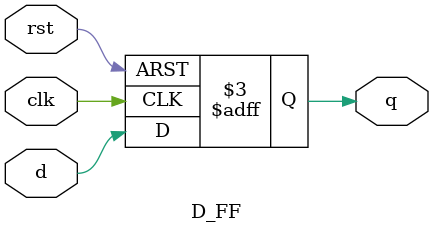
<source format=v>
module D_FF(input d,clk,rst,output reg q);
  always@(posedge  clk or negedge rst ) begin
    if(!rst) 
      q<=1'b0;
    else q<=d;
     end
      endmodule   


</source>
